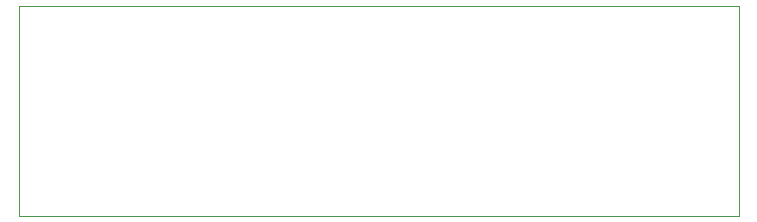
<source format=gbr>
%TF.GenerationSoftware,KiCad,Pcbnew,7.0.10*%
%TF.CreationDate,2024-01-31T18:25:17+09:00*%
%TF.ProjectId,test,74657374-2e6b-4696-9361-645f70636258,rev?*%
%TF.SameCoordinates,Original*%
%TF.FileFunction,Profile,NP*%
%FSLAX46Y46*%
G04 Gerber Fmt 4.6, Leading zero omitted, Abs format (unit mm)*
G04 Created by KiCad (PCBNEW 7.0.10) date 2024-01-31 18:25:17*
%MOMM*%
%LPD*%
G01*
G04 APERTURE LIST*
%TA.AperFunction,Profile*%
%ADD10C,0.100000*%
%TD*%
G04 APERTURE END LIST*
D10*
X78740000Y-73660000D02*
X78740000Y-55880000D01*
X78740000Y-55880000D02*
X139700000Y-55880000D01*
X78740000Y-73660000D02*
X139700000Y-73660000D01*
X139700000Y-73660000D02*
X139700000Y-55880000D01*
M02*

</source>
